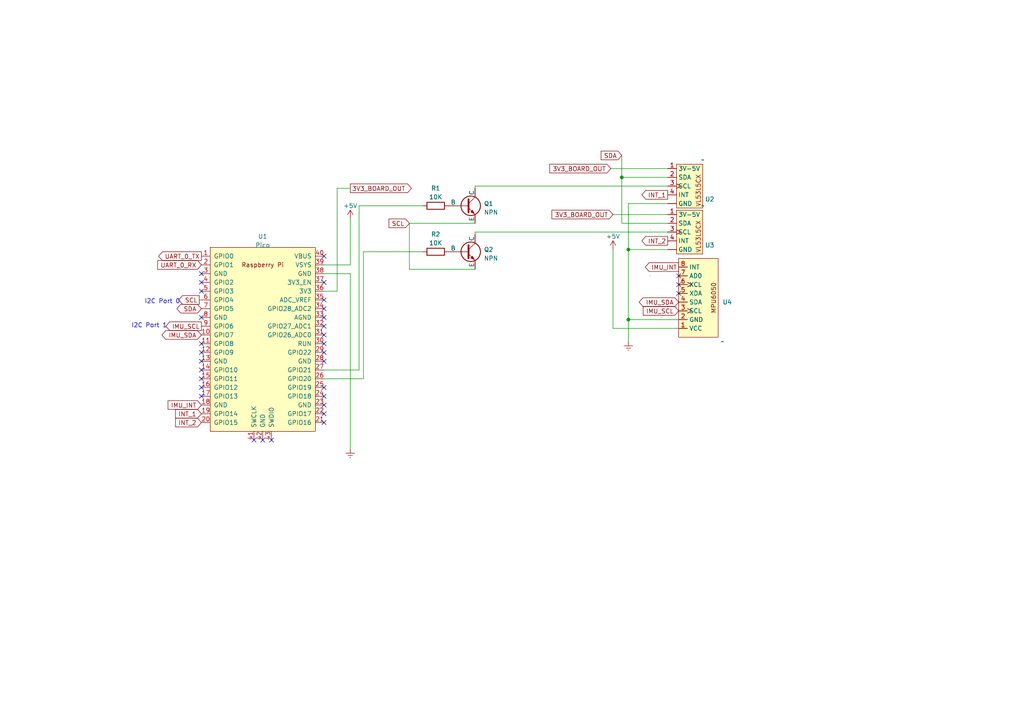
<source format=kicad_sch>
(kicad_sch (version 20230121) (generator eeschema)
  (paper "A4")
  (title_block (title "LiDAR Connection Diagram") (date "2023-04-10") (company "HEVCS") (comment 1 "Note: RPPico is acting as I2C Master"))
  (lib_symbols
    (symbol "Device:R" (pin_numbers hide) (pin_names (offset 0))
      (property "Reference" "R" (at 2.032 0 90))
      (property "Value" "R" (at 0 0 90))
      (symbol "R_0_1"
        (rectangle (start -1.016 -2.54) (end 1.016 2.54) (stroke (width 0.254)))
      )
      (symbol "R_1_1"
        (pin passive line (at 0 3.81 270) (length 1.27) (name "~") (number "1"))
        (pin passive line (at 0 -3.81 90) (length 1.27) (name "~") (number "2"))
      )
    )
    (symbol "HEVCS_Sensors:MPU6050"
      (property "Reference" "U" (at 0 0 0))
      (symbol "MPU6050_1_1"
        (rectangle (start 1.27 -1.27) (end 12.7 -24.13) (fill (type background)))
        (text "MPU6050" (at 2.54 -12.7 900) (effects (font (size 1.27 1.27))))
        (pin power_in line (at 12.7 -3.81 180) (length 2.54) (name "VCC") (number "1"))
        (pin power_in line (at 12.7 -6.35 180) (length 2.54) (name "GND") (number "2"))
        (pin input clock (at 12.7 -8.89 180) (length 2.54) (name "SCL") (number "3"))
        (pin bidirectional line (at 12.7 -11.43 180) (length 2.54) (name "SDA") (number "4"))
        (pin bidirectional line (at 12.7 -13.97 180) (length 2.54) (name "XDA") (number "5"))
        (pin input clock (at 12.7 -16.51 180) (length 2.54) (name "XCL") (number "6"))
        (pin input line (at 12.7 -19.05 180) (length 2.54) (name "AD0") (number "7"))
        (pin output line (at 12.7 -21.59 180) (length 2.54) (name "INT") (number "8"))
      )
    )
    (symbol "HEVCS_Sensors:Pico" (pin_names (offset 1.016))
      (property "Reference" "U1" (at 0 29.845 0))
      (property "Value" "Pico" (at 0 27.305 0))
      (symbol "Pico_0_0"
        (text "Raspberry Pi" (at 0 21.59 0) (effects (font (size 1.27 1.27))))
      )
      (symbol "Pico_0_1"
        (rectangle (start -15.24 26.67) (end 15.24 -26.67) (fill (type background)))
      )
      (symbol "Pico_1_1"
        (pin bidirectional line (at -17.78 24.13 0) (length 2.54) (name "GPIO0") (number "1"))
        (pin bidirectional line (at -17.78 1.27 0) (length 2.54) (name "GPIO7") (number "10"))
        (pin bidirectional line (at -17.78 -1.27 0) (length 2.54) (name "GPIO8") (number "11"))
        (pin bidirectional line (at -17.78 -3.81 0) (length 2.54) (name "GPIO9") (number "12"))
        (pin power_in line (at -17.78 -6.35 0) (length 2.54) (name "GND") (number "13"))
        (pin bidirectional line (at -17.78 -8.89 0) (length 2.54) (name "GPIO10") (number "14"))
        (pin bidirectional line (at -17.78 -11.43 0) (length 2.54) (name "GPIO11") (number "15"))
        (pin bidirectional line (at -17.78 -13.97 0) (length 2.54) (name "GPIO12") (number "16"))
        (pin bidirectional line (at -17.78 -16.51 0) (length 2.54) (name "GPIO13") (number "17"))
        (pin power_in line (at -17.78 -19.05 0) (length 2.54) (name "GND") (number "18"))
        (pin bidirectional line (at -17.78 -21.59 0) (length 2.54) (name "GPIO14") (number "19"))
        (pin bidirectional line (at -17.78 21.59 0) (length 2.54) (name "GPIO1") (number "2"))
        (pin bidirectional line (at -17.78 -24.13 0) (length 2.54) (name "GPIO15") (number "20"))
        (pin bidirectional line (at 17.78 -24.13 180) (length 2.54) (name "GPIO16") (number "21"))
        (pin bidirectional line (at 17.78 -21.59 180) (length 2.54) (name "GPIO17") (number "22"))
        (pin power_in line (at 17.78 -19.05 180) (length 2.54) (name "GND") (number "23"))
        (pin bidirectional line (at 17.78 -16.51 180) (length 2.54) (name "GPIO18") (number "24"))
        (pin bidirectional line (at 17.78 -13.97 180) (length 2.54) (name "GPIO19") (number "25"))
        (pin bidirectional line (at 17.78 -11.43 180) (length 2.54) (name "GPIO20") (number "26"))
        (pin bidirectional line (at 17.78 -8.89 180) (length 2.54) (name "GPIO21") (number "27"))
        (pin power_in line (at 17.78 -6.35 180) (length 2.54) (name "GND") (number "28"))
        (pin bidirectional line (at 17.78 -3.81 180) (length 2.54) (name "GPIO22") (number "29"))
        (pin power_in line (at -17.78 19.05 0) (length 2.54) (name "GND") (number "3"))
        (pin input line (at 17.78 -1.27 180) (length 2.54) (name "RUN") (number "30"))
        (pin bidirectional line (at 17.78 1.27 180) (length 2.54) (name "GPIO26_ADC0") (number "31"))
        (pin bidirectional line (at 17.78 3.81 180) (length 2.54) (name "GPIO27_ADC1") (number "32"))
        (pin power_in line (at 17.78 6.35 180) (length 2.54) (name "AGND") (number "33"))
        (pin bidirectional line (at 17.78 8.89 180) (length 2.54) (name "GPIO28_ADC2") (number "34"))
        (pin unspecified line (at 17.78 11.43 180) (length 2.54) (name "ADC_VREF") (number "35"))
        (pin unspecified line (at 17.78 13.97 180) (length 2.54) (name "3V3") (number "36"))
        (pin input line (at 17.78 16.51 180) (length 2.54) (name "3V3_EN") (number "37"))
        (pin bidirectional line (at 17.78 19.05 180) (length 2.54) (name "GND") (number "38"))
        (pin unspecified line (at 17.78 21.59 180) (length 2.54) (name "VSYS") (number "39"))
        (pin bidirectional line (at -17.78 16.51 0) (length 2.54) (name "GPIO2") (number "4"))
        (pin unspecified line (at 17.78 24.13 180) (length 2.54) (name "VBUS") (number "40"))
        (pin input line (at -2.54 -29.21 90) (length 2.54) (name "SWCLK") (number "41"))
        (pin power_in line (at 0 -29.21 90) (length 2.54) (name "GND") (number "42"))
        (pin bidirectional line (at 2.54 -29.21 90) (length 2.54) (name "SWDIO") (number "43"))
        (pin bidirectional line (at -17.78 13.97 0) (length 2.54) (name "GPIO3") (number "5"))
        (pin bidirectional line (at -17.78 11.43 0) (length 2.54) (name "GPIO4") (number "6"))
        (pin bidirectional line (at -17.78 8.89 0) (length 2.54) (name "GPIO5") (number "7"))
        (pin power_in line (at -17.78 6.35 0) (length 2.54) (name "GND") (number "8"))
        (pin bidirectional line (at -17.78 3.81 0) (length 2.54) (name "GPIO6") (number "9"))
      )
    )
    (symbol "Simulation_SPICE:NPN" (pin_numbers hide) (pin_names (offset 0))
      (property "Reference" "Q" (at -2.54 7.62 0))
      (property "Value" "NPN" (at -2.54 5.08 0))
      (symbol "NPN_0_1"
        (polyline (pts (xy -2.54 0) (xy 0.635 0)) (stroke (width 0.1524)))
        (polyline (pts (xy 0.635 0.635) (xy 2.54 2.54)))
        (polyline (pts (xy 2.794 -1.27) (xy 2.794 -1.27)) (stroke (width 0.1524)))
        (polyline (pts (xy 2.794 -1.27) (xy 2.794 -1.27)) (stroke (width 0.1524)))
        (polyline (pts (xy 0.635 -0.635) (xy 2.54 -2.54) (xy 2.54 -2.54)))
        (polyline (pts (xy 0.635 1.905) (xy 0.635 -1.905) (xy 0.635 -1.905)) (stroke (width 0.508)))
        (polyline (pts (xy 1.27 -1.778) (xy 1.778 -1.27) (xy 2.286 -2.286) (xy 1.27 -1.778) (xy 1.27 -1.778)) (fill (type outline)))
        (circle (center 1.27 0) (radius 2.8194) (stroke (width 0.254)))
      )
      (symbol "NPN_1_1"
        (pin open_collector line (at 2.54 5.08 270) (length 2.54) (name "C") (number "1"))
        (pin input line (at -5.08 0 0) (length 2.54) (name "B") (number "2"))
        (pin open_emitter line (at 2.54 -5.08 90) (length 2.54) (name "E") (number "3"))
      )
    )
    (symbol "VL53L5CX_KiCAD:VL53L5CX_Pimoroni"
      (property "Reference" "U" (at 0 0 0))
      (symbol "VL53L5CX_Pimoroni_0_1"
        (rectangle (start 0 -1.27) (end 7.62 -13.97) (fill (type background)))
        (rectangle (start 15.24 -20.32) (end 15.24 -20.32))
      )
      (symbol "VL53L5CX_Pimoroni_1_1"
        (text "VL53L5CX" (at 1.27 -8.89 900) (effects (font (size 1.27 1.27))))
        (pin output line (at 10.16 -12.7 180) (length 2.54) (name "GND") (number ""))
        (pin power_in line (at 10.16 -2.54 180) (length 2.54) (name "3V-5V") (number "1"))
        (pin input line (at 10.16 -5.08 180) (length 2.54) (name "SDA") (number "2"))
        (pin input clock (at 10.16 -7.62 180) (length 2.54) (name "SCL") (number "3"))
        (pin input line (at 10.16 -10.16 180) (length 2.54) (name "INT") (number "4"))
      )
    )
    (symbol "power:+5V" (power) (pin_names (offset 0))
      (property "Value" "+5V" (at 0 3.556 0))
      (symbol "+5V_0_1"
        (polyline (pts (xy -0.762 1.27) (xy 0 2.54)))
        (polyline (pts (xy 0 0) (xy 0 2.54)))
        (polyline (pts (xy 0 2.54) (xy 0.762 1.27)))
      )
      (symbol "+5V_1_1"
        (pin power_in line (at 0 0 90) (length 0) hide (name "+5V") (number "1"))
      )
    )
    (symbol "power:Earth" (power) (pin_names (offset 0))
      (symbol "Earth_0_1"
        (polyline (pts (xy -0.635 -1.905) (xy 0.635 -1.905)))
        (polyline (pts (xy -0.127 -2.54) (xy 0.127 -2.54)))
        (polyline (pts (xy 0 -1.27) (xy 0 0)))
        (polyline (pts (xy 1.27 -1.27) (xy -1.27 -1.27)))
      )
      (symbol "Earth_1_1"
        (pin power_in line (at 0 0 270) (length 0) hide (name "Earth") (number "1"))
      )
    )
  )
  (junction (at 180.34 51.435))
  (junction (at 182.245 92.71))
  (junction (at 182.245 72.39))
  (no_connect (at 93.98 114.935))
  (no_connect (at 93.98 122.555))
  (no_connect (at 58.42 81.915))
  (no_connect (at 93.98 89.535))
  (no_connect (at 196.85 80.01))
  (no_connect (at 93.98 120.015))
  (no_connect (at 93.98 102.235))
  (no_connect (at 93.98 94.615))
  (no_connect (at 93.98 99.695))
  (no_connect (at 58.42 104.775))
  (no_connect (at 93.98 97.155))
  (no_connect (at 93.98 74.295))
  (no_connect (at 58.42 109.855))
  (no_connect (at 93.98 86.995))
  (no_connect (at 58.42 107.315))
  (no_connect (at 93.98 117.475))
  (no_connect (at 196.85 85.09))
  (no_connect (at 78.74 127.635))
  (no_connect (at 93.98 104.775))
  (no_connect (at 58.42 99.695))
  (no_connect (at 58.42 112.395))
  (no_connect (at 58.42 92.075))
  (no_connect (at 93.98 112.395))
  (no_connect (at 76.2 127.635))
  (no_connect (at 73.66 127.635))
  (no_connect (at 58.42 102.235))
  (no_connect (at 58.42 114.935))
  (no_connect (at 58.42 79.375))
  (no_connect (at 196.85 82.55))
  (no_connect (at 58.42 84.455))
  (no_connect (at 93.98 92.075))
  (no_connect (at 93.98 81.915))
  (wire (pts (xy 137.795 67.31) (xy 193.675 67.31)))
  (wire (pts (xy 118.745 64.77) (xy 118.745 78.105)))
  (wire (pts (xy 93.98 109.855) (xy 105.41 109.855)))
  (wire (pts (xy 180.34 64.77) (xy 193.675 64.77)))
  (wire (pts (xy 57.785 86.995) (xy 58.42 86.995)))
  (wire (pts (xy 180.34 45.085) (xy 180.34 51.435)))
  (wire (pts (xy 118.745 78.105) (xy 137.795 78.105)))
  (wire (pts (xy 196.85 95.25) (xy 177.8 95.25)))
  (wire (pts (xy 104.14 59.69) (xy 122.555 59.69)))
  (wire (pts (xy 137.795 53.975) (xy 137.795 54.61)))
  (wire (pts (xy 118.745 64.77) (xy 137.795 64.77)))
  (wire (pts (xy 137.795 67.945) (xy 137.795 67.31)))
  (wire (pts (xy 105.41 73.025) (xy 122.555 73.025)))
  (wire (pts (xy 101.6 63.5) (xy 101.6 76.835)))
  (wire (pts (xy 177.8 72.39) (xy 177.8 95.25)))
  (wire (pts (xy 182.245 92.71) (xy 182.245 99.06)))
  (wire (pts (xy 196.85 92.71) (xy 182.245 92.71)))
  (wire (pts (xy 177.165 48.895) (xy 193.675 48.895)))
  (wire (pts (xy 182.245 72.39) (xy 182.245 92.71)))
  (wire (pts (xy 101.6 76.835) (xy 93.98 76.835)))
  (wire (pts (xy 104.14 107.315) (xy 104.14 59.69)))
  (wire (pts (xy 177.8 62.23) (xy 193.675 62.23)))
  (wire (pts (xy 180.34 51.435) (xy 180.34 64.77)))
  (wire (pts (xy 97.79 54.61) (xy 101.6 54.61)))
  (wire (pts (xy 93.98 84.455) (xy 97.79 84.455)))
  (wire (pts (xy 101.6 79.375) (xy 101.6 130.175)))
  (wire (pts (xy 105.41 109.855) (xy 105.41 73.025)))
  (wire (pts (xy 193.675 59.055) (xy 182.245 59.055)))
  (wire (pts (xy 93.98 107.315) (xy 104.14 107.315)))
  (wire (pts (xy 182.245 59.055) (xy 182.245 72.39)))
  (wire (pts (xy 137.795 53.975) (xy 193.675 53.975)))
  (wire (pts (xy 180.34 51.435) (xy 193.675 51.435)))
  (wire (pts (xy 93.98 79.375) (xy 101.6 79.375)))
  (wire (pts (xy 97.79 84.455) (xy 97.79 54.61)))
  (wire (pts (xy 182.245 72.39) (xy 193.675 72.39)))
  (text "I2C Port 1\n" (at 38.1 95.25 0) (effects (font (size 1.27 1.27)) (justify left bottom)))
  (text "I2C Port 0\n" (at 41.91 88.265 0) (effects (font (size 1.27 1.27)) (justify left bottom)))
  (global_label "SCL" (shape input) (at 118.745 64.77 180) (property "Intersheetrefs" "${INTERSHEET_REFS}" (effects hide)))
  (global_label "SDA" (shape input) (at 180.34 45.085 180) (property "Intersheetrefs" "${INTERSHEET_REFS}" (effects hide)))
  (global_label "INT_2" (shape output) (at 193.675 69.85 180) (property "Intersheetrefs" "${INTERSHEET_REFS}" (effects hide)))
  (global_label "IMU_SDA" (shape bidirectional) (at 196.85 87.63 180) (property "Intersheetrefs" "${INTERSHEET_REFS}" (effects hide)))
  (global_label "IMU_SCL" (shape input) (at 196.85 90.17 180) (property "Intersheetrefs" "${INTERSHEET_REFS}" (effects hide)))
  (global_label "INT_1" (shape input) (at 58.42 120.015 180) (property "Intersheetrefs" "${INTERSHEET_REFS}" (effects hide)))
  (global_label "3V3_BOARD_OUT" (shape input) (at 177.8 62.23 180) (property "Intersheetrefs" "${INTERSHEET_REFS}" (effects hide)))
  (global_label "IMU_INT" (shape input) (at 58.42 117.475 180) (property "Intersheetrefs" "${INTERSHEET_REFS}" (effects hide)))
  (global_label "UART_0_RX" (shape input) (at 58.42 76.835 180) (property "Intersheetrefs" "${INTERSHEET_REFS}" (effects hide)))
  (global_label "INT_2" (shape input) (at 58.42 122.555 180) (property "Intersheetrefs" "${INTERSHEET_REFS}" (effects hide)))
  (global_label "3V3_BOARD_OUT" (shape input) (at 177.165 48.895 180) (property "Intersheetrefs" "${INTERSHEET_REFS}" (effects hide)))
  (global_label "SDA" (shape bidirectional) (at 58.42 89.535 180) (property "Intersheetrefs" "${INTERSHEET_REFS}" (effects hide)))
  (global_label "UART_0_TX" (shape output) (at 58.42 74.295 180) (property "Intersheetrefs" "${INTERSHEET_REFS}" (effects hide)))
  (global_label "IMU_SDA" (shape bidirectional) (at 58.42 97.155 180) (property "Intersheetrefs" "${INTERSHEET_REFS}" (effects hide)))
  (global_label "INT_1" (shape output) (at 193.675 56.515 180) (property "Intersheetrefs" "${INTERSHEET_REFS}" (effects hide)))
  (global_label "IMU_INT" (shape output) (at 196.85 77.47 180) (property "Intersheetrefs" "${INTERSHEET_REFS}" (effects hide)))
  (global_label "SCL" (shape output) (at 57.785 86.995 180) (property "Intersheetrefs" "${INTERSHEET_REFS}" (effects hide)))
  (global_label "IMU_SCL" (shape output) (at 58.42 94.615 180) (property "Intersheetrefs" "${INTERSHEET_REFS}" (effects hide)))
  (global_label "3V3_BOARD_OUT" (shape output) (at 101.6 54.61 0) (property "Intersheetrefs" "${INTERSHEET_REFS}" (effects hide)))
  (symbol (lib_id "Simulation_SPICE:NPN") (at 135.255 59.69 0) (unit 1)
    (property "Reference" "Q1" (at 140.335 59.055 0) (effects (justify left)))
    (property "Value" "NPN" (at 140.335 61.595 0) (effects (justify left)))
    (property "Footprint" "Package_TO_SOT_SMD:SOT-23" (effects hide))
    (property "Sim.Device" "NPN" (effects hide))
    (property "Sim.Type" "GUMMELPOON" (effects hide))
    (property "Sim.Pins" "1=C 2=B 3=E" (effects hide))
  )
  (symbol (lib_id "Simulation_SPICE:NPN") (at 135.255 73.025 0) (unit 1)
    (property "Reference" "Q2" (at 140.335 72.39 0) (effects (justify left)))
    (property "Value" "NPN" (at 140.335 74.93 0) (effects (justify left)))
    (property "Footprint" "Package_TO_SOT_SMD:SOT-23" (effects hide))
    (property "Sim.Device" "NPN" (effects hide))
    (property "Sim.Type" "GUMMELPOON" (effects hide))
    (property "Sim.Pins" "1=C 2=B 3=E" (effects hide))
  )
  (symbol (lib_id "VL53L5CX_KiCAD:VL53L5CX_Pimoroni") (at 203.835 59.69 0) (mirror y) (unit 1)
    (property "Reference" "U3" (at 204.47 71.12 0) (effects (justify right)))
    (property "Value" "~" (at 203.835 59.69 0))
    (property "Footprint" "HEVCS_Sensor_Footprints:Conn_01x05_MOLEX" (effects hide))
  )
  (symbol (lib_id "Device:R") (at 126.365 73.025 90) (unit 1)
    (property "Reference" "R2" (at 126.365 67.945 90))
    (property "Value" "10K" (at 126.365 70.485 90))
    (property "Footprint" "Resistor_SMD:R_0603_1608Metric" (effects hide))
  )
  (symbol (lib_id "HEVCS_Sensors:MPU6050") (at 209.55 99.06 180) (unit 1)
    (property "Reference" "U4" (at 209.55 87.63 0) (effects (justify right)))
    (property "Value" "~" (at 209.55 99.06 0))
    (property "Footprint" "HEVCS_Sensor_Footprints:Conn_01x05_MOLEX" (effects hide))
  )
  (symbol (lib_id "HEVCS_Sensors:Pico") (at 76.2 98.425 0) (unit 1)
    (property "Reference" "U1" (at 76.2 68.58 0))
    (property "Value" "Pico" (at 76.2 71.12 0))
    (property "Footprint" "HEVCS_Sensor_Footprints:Pi_Pico" (effects hide))
  )
  (symbol (lib_id "VL53L5CX_KiCAD:VL53L5CX_Pimoroni") (at 203.835 46.355 0) (mirror y) (unit 1)
    (property "Reference" "U2" (at 204.47 57.785 0) (effects (justify right)))
    (property "Value" "~" (at 203.835 46.355 0))
    (property "Footprint" "HEVCS_Sensor_Footprints:Conn_01x05_MOLEX" (effects hide))
  )
  (symbol (lib_id "Device:R") (at 126.365 59.69 90) (unit 1)
    (property "Reference" "R1" (at 126.365 54.61 90))
    (property "Value" "10K" (at 126.365 57.15 90))
    (property "Footprint" "Resistor_SMD:R_0603_1608Metric" (effects hide))
  )
  (symbol (lib_id "power:+5V") (at 101.6 63.5 0) (unit 1)
    (property "Reference" "#PWR02" (effects hide))
    (property "Value" "+5V" (at 101.6 59.69 0))
  )
  (symbol (lib_id "power:+5V") (at 177.8 72.39 0) (unit 1)
    (property "Reference" "#PWR01" (effects hide))
    (property "Value" "+5V" (at 177.8 68.58 0))
  )
  (symbol (lib_id "power:Earth") (at 182.245 99.06 0) (unit 1)
    (property "Reference" "#PWR04" (effects hide))
    (property "Value" "Earth" (effects hide))
  )
  (symbol (lib_id "power:Earth") (at 101.6 130.175 0) (unit 1)
    (property "Reference" "#PWR03" (effects hide))
    (property "Value" "Earth" (effects hide))
  )
)
</source>
